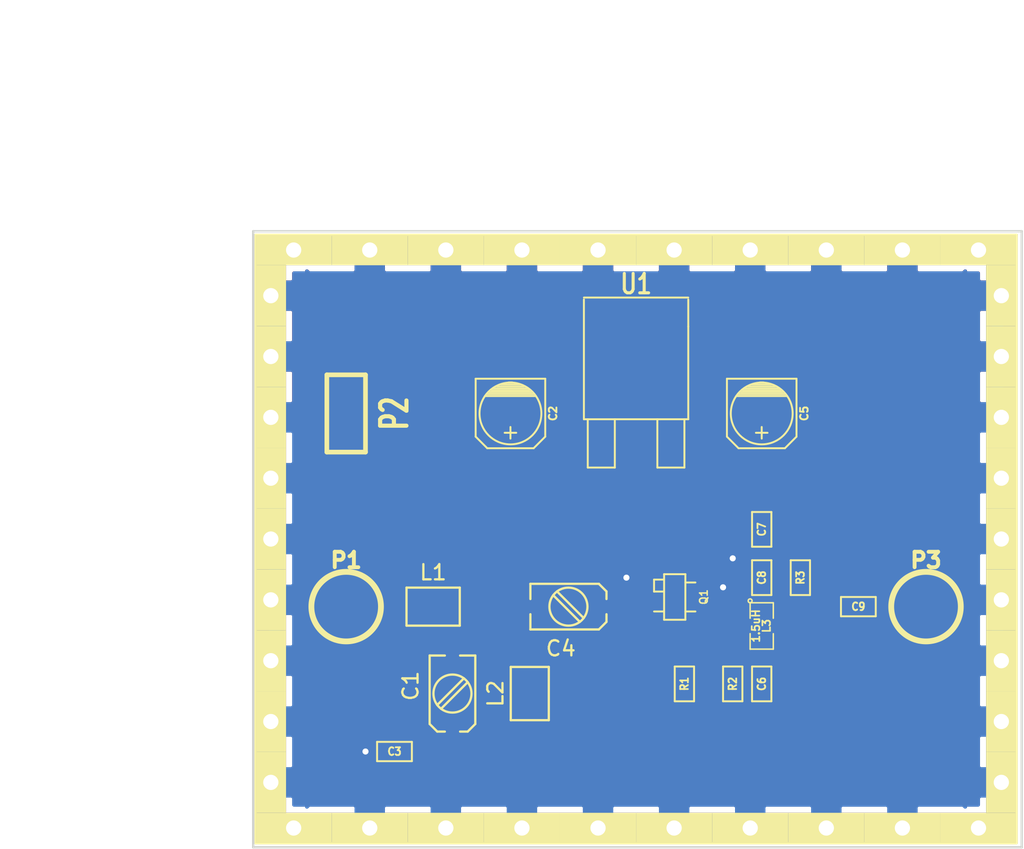
<source format=kicad_pcb>
(kicad_pcb (version 4) (host pcbnew "(2016-01-14 BZR 6468, Git f15af3a)-product")

  (general
    (links 67)
    (no_connects 20)
    (area 111.924999 81.924999 162.575001 122.575001)
    (thickness 1.6)
    (drawings 6)
    (tracks 66)
    (zones 0)
    (modules 21)
    (nets 13)
  )

  (page A4)
  (layers
    (0 F.Cu signal)
    (31 B.Cu signal)
    (32 B.Adhes user)
    (33 F.Adhes user)
    (34 B.Paste user)
    (35 F.Paste user)
    (36 B.SilkS user)
    (37 F.SilkS user)
    (38 B.Mask user)
    (39 F.Mask user)
    (40 Dwgs.User user)
    (41 Cmts.User user)
    (42 Eco1.User user)
    (43 Eco2.User user)
    (44 Edge.Cuts user)
    (45 Margin user)
    (46 B.CrtYd user)
    (47 F.CrtYd user)
    (48 B.Fab user)
    (49 F.Fab user)
  )

  (setup
    (last_trace_width 0.75)
    (user_trace_width 0.5)
    (user_trace_width 0.75)
    (user_trace_width 1)
    (user_trace_width 1.5)
    (trace_clearance 0.2)
    (zone_clearance 0.4)
    (zone_45_only no)
    (trace_min 0.2)
    (segment_width 0.2)
    (edge_width 0.15)
    (via_size 0.6)
    (via_drill 0.4)
    (via_min_size 0.6)
    (via_min_drill 0.2)
    (user_via 0.6 0.2)
    (uvia_size 0.3)
    (uvia_drill 0.1)
    (uvias_allowed no)
    (uvia_min_size 0.2)
    (uvia_min_drill 0.1)
    (pcb_text_width 0.3)
    (pcb_text_size 1.5 1.5)
    (mod_edge_width 0.15)
    (mod_text_size 1 1)
    (mod_text_width 0.15)
    (pad_size 2 2)
    (pad_drill 0)
    (pad_to_mask_clearance 0.2)
    (aux_axis_origin 0 0)
    (visible_elements FFFFFF7F)
    (pcbplotparams
      (layerselection 0x00030_ffffffff)
      (usegerberextensions false)
      (excludeedgelayer true)
      (linewidth 0.100000)
      (plotframeref false)
      (viasonmask false)
      (mode 1)
      (useauxorigin false)
      (hpglpennumber 1)
      (hpglpenspeed 20)
      (hpglpendiameter 15)
      (hpglpenoverlay 2)
      (psnegative false)
      (psa4output false)
      (plotreference true)
      (plotvalue true)
      (plotinvisibletext false)
      (padsonsilk false)
      (subtractmaskfromsilk false)
      (outputformat 1)
      (mirror false)
      (drillshape 1)
      (scaleselection 1)
      (outputdirectory ""))
  )

  (net 0 "")
  (net 1 "Net-(C1-Pad2)")
  (net 2 "Net-(C1-Pad1)")
  (net 3 "Net-(C2-Pad1)")
  (net 4 GND)
  (net 5 "Net-(C4-Pad1)")
  (net 6 VCC)
  (net 7 "Net-(C6-Pad1)")
  (net 8 "Net-(C6-Pad2)")
  (net 9 "Net-(C8-Pad2)")
  (net 10 "Net-(C9-Pad1)")
  (net 11 "Net-(C4-Pad2)")
  (net 12 "Net-(L1-Pad1)")

  (net_class Default "This is the default net class."
    (clearance 0.2)
    (trace_width 0.25)
    (via_dia 0.6)
    (via_drill 0.4)
    (uvia_dia 0.3)
    (uvia_drill 0.1)
    (add_net GND)
    (add_net "Net-(C1-Pad1)")
    (add_net "Net-(C1-Pad2)")
    (add_net "Net-(C2-Pad1)")
    (add_net "Net-(C4-Pad1)")
    (add_net "Net-(C4-Pad2)")
    (add_net "Net-(C6-Pad1)")
    (add_net "Net-(C6-Pad2)")
    (add_net "Net-(C8-Pad2)")
    (add_net "Net-(C9-Pad1)")
    (add_net "Net-(L1-Pad1)")
    (add_net VCC)
  )

  (module rfshield:Shield (layer F.Cu) (tedit 56AF1154) (tstamp 56AE8775)
    (at 137.16 102.235)
    (path /56AE7F5C)
    (fp_text reference P4 (at 0 0.5) (layer F.SilkS) hide
      (effects (font (size 1 1) (thickness 0.15)))
    )
    (fp_text value CONN_1 (at -38.735 -1.27) (layer F.Fab) hide
      (effects (font (size 1 1) (thickness 0.15)))
    )
    (fp_line (start -25 -20) (end 25 -20) (layer F.SilkS) (width 0.15))
    (fp_line (start 25 -20) (end 25 20) (layer F.SilkS) (width 0.15))
    (fp_line (start 25 20) (end -25 20) (layer F.SilkS) (width 0.15))
    (fp_line (start -25 20) (end -25 -20) (layer F.SilkS) (width 0.15))
    (pad 1 thru_hole rect (at 24 -16) (size 2 4) (drill 1) (layers *.Cu *.Mask F.SilkS)
      (net 4 GND))
    (pad 1 thru_hole rect (at 24 -12) (size 2 4) (drill 1) (layers *.Cu *.Mask F.SilkS)
      (net 4 GND))
    (pad 1 thru_hole rect (at 24 -8) (size 2 4) (drill 1) (layers *.Cu *.Mask F.SilkS)
      (net 4 GND))
    (pad 1 thru_hole rect (at 24 -4) (size 2 4) (drill 1) (layers *.Cu *.Mask F.SilkS)
      (net 4 GND))
    (pad 1 thru_hole rect (at 24 0) (size 2 4) (drill 1) (layers *.Cu *.Mask F.SilkS)
      (net 4 GND))
    (pad 1 thru_hole rect (at 24 4) (size 2 4) (drill 1) (layers *.Cu *.Mask F.SilkS)
      (net 4 GND))
    (pad 1 thru_hole rect (at 24 8) (size 2 4) (drill 1) (layers *.Cu *.Mask F.SilkS)
      (net 4 GND))
    (pad 1 thru_hole rect (at 24 12) (size 2 4) (drill 1) (layers *.Cu *.Mask F.SilkS)
      (net 4 GND))
    (pad 1 thru_hole rect (at 24 16) (size 2 4) (drill 1) (layers *.Cu *.Mask F.SilkS)
      (net 4 GND))
    (pad 1 thru_hole rect (at -24 16) (size 2 4) (drill 1) (layers *.Cu *.Mask F.SilkS)
      (net 4 GND))
    (pad 1 thru_hole rect (at -24 12) (size 2 4) (drill 1) (layers *.Cu *.Mask F.SilkS)
      (net 4 GND))
    (pad 1 thru_hole rect (at -24 8) (size 2 4) (drill 1) (layers *.Cu *.Mask F.SilkS)
      (net 4 GND))
    (pad 1 thru_hole rect (at -24 4) (size 2 4) (drill 1) (layers *.Cu *.Mask F.SilkS)
      (net 4 GND))
    (pad 1 thru_hole rect (at -24 0) (size 2 4) (drill 1) (layers *.Cu *.Mask F.SilkS)
      (net 4 GND))
    (pad 1 thru_hole rect (at -24 -4) (size 2 4) (drill 1) (layers *.Cu *.Mask F.SilkS)
      (net 4 GND))
    (pad 1 thru_hole rect (at -24 -8) (size 2 4) (drill 1) (layers *.Cu *.Mask F.SilkS)
      (net 4 GND))
    (pad 1 thru_hole rect (at -24 -12) (size 2 4) (drill 1) (layers *.Cu *.Mask F.SilkS)
      (net 4 GND))
    (pad 1 thru_hole rect (at -22.5 19) (size 5 2) (drill 1) (layers *.Cu *.Mask F.SilkS)
      (net 4 GND))
    (pad 1 thru_hole rect (at -17.5 19) (size 5 2) (drill 1) (layers *.Cu *.Mask F.SilkS)
      (net 4 GND))
    (pad 1 thru_hole rect (at -12.5 19) (size 5 2) (drill 1) (layers *.Cu *.Mask F.SilkS)
      (net 4 GND))
    (pad 1 thru_hole rect (at -7.5 19) (size 5 2) (drill 1) (layers *.Cu *.Mask F.SilkS)
      (net 4 GND))
    (pad 1 thru_hole rect (at -2.5 19) (size 5 2) (drill 1) (layers *.Cu *.Mask F.SilkS)
      (net 4 GND))
    (pad 1 thru_hole rect (at 2.5 19) (size 5 2) (drill 1) (layers *.Cu *.Mask F.SilkS)
      (net 4 GND))
    (pad 1 thru_hole rect (at 7.5 19) (size 5 2) (drill 1) (layers *.Cu *.Mask F.SilkS)
      (net 4 GND))
    (pad 1 thru_hole rect (at 12.5 19) (size 5 2) (drill 1) (layers *.Cu *.Mask F.SilkS)
      (net 4 GND))
    (pad 1 thru_hole rect (at 17.5 19) (size 5 2) (drill 1) (layers *.Cu *.Mask F.SilkS)
      (net 4 GND))
    (pad 1 thru_hole rect (at 22.5 19) (size 5 2) (drill 1) (layers *.Cu *.Mask F.SilkS)
      (net 4 GND))
    (pad 1 thru_hole rect (at 22.5 -19) (size 5 2) (drill 1) (layers *.Cu *.Mask F.SilkS)
      (net 4 GND))
    (pad 1 thru_hole rect (at 17.5 -19) (size 5 2) (drill 1) (layers *.Cu *.Mask F.SilkS)
      (net 4 GND))
    (pad 1 thru_hole rect (at 12.5 -19) (size 5 2) (drill 1) (layers *.Cu *.Mask F.SilkS)
      (net 4 GND))
    (pad 1 thru_hole rect (at 7.5 -19) (size 5 2) (drill 1) (layers *.Cu *.Mask F.SilkS)
      (net 4 GND))
    (pad 1 thru_hole rect (at 2.5 -19) (size 5 2) (drill 1) (layers *.Cu *.Mask F.SilkS)
      (net 4 GND))
    (pad 1 thru_hole rect (at -2.5 -19) (size 5 2) (drill 1) (layers *.Cu *.Mask F.SilkS)
      (net 4 GND))
    (pad 1 thru_hole rect (at -7.5 -19) (size 5 2) (drill 1) (layers *.Cu *.Mask F.SilkS)
      (net 4 GND))
    (pad 1 thru_hole rect (at -12.5 -19) (size 5 2) (drill 1) (layers *.Cu *.Mask F.SilkS)
      (net 4 GND))
    (pad 1 thru_hole rect (at -17.5 -19) (size 5 2) (drill 1) (layers *.Cu *.Mask F.SilkS)
      (net 4 GND))
    (pad 1 thru_hole rect (at -22.5 -19) (size 5 2) (drill 1) (layers *.Cu *.Mask F.SilkS)
      (net 4 GND))
    (pad 1 thru_hole rect (at -24 -16) (size 2 4) (drill 1) (layers *.Cu *.Mask F.SilkS)
      (net 4 GND))
  )

  (module tzc3:TZC3 (layer F.Cu) (tedit 56AF7283) (tstamp 56AD4893)
    (at 125.095 112.395 90)
    (path /56AD345C)
    (fp_text reference C1 (at 0.5 -2.75 90) (layer F.SilkS)
      (effects (font (size 1 1) (thickness 0.15)))
    )
    (fp_text value 2-10pF (at 0.5 -4.25 90) (layer F.Fab) hide
      (effects (font (size 1 1) (thickness 0.15)))
    )
    (fp_line (start -0.75 -1) (end 1 0.75) (layer F.SilkS) (width 0.15))
    (fp_line (start -1 -0.75) (end 0.75 1) (layer F.SilkS) (width 0.15))
    (fp_circle (center 0 0) (end 0 -1.25) (layer F.SilkS) (width 0.15))
    (fp_line (start -2.5 0.5) (end -2.5 1) (layer F.SilkS) (width 0.15))
    (fp_line (start -2.5 1) (end -2 1.5) (layer F.SilkS) (width 0.15))
    (fp_line (start -2 1.5) (end 2.5 1.5) (layer F.SilkS) (width 0.15))
    (fp_line (start 2.5 1.5) (end 2.5 0.5) (layer F.SilkS) (width 0.15))
    (fp_line (start -2.5 -0.5) (end -2.5 -1) (layer F.SilkS) (width 0.15))
    (fp_line (start -2.5 -1) (end -2 -1.5) (layer F.SilkS) (width 0.15))
    (fp_line (start -2 -1.5) (end 2.5 -1.5) (layer F.SilkS) (width 0.15))
    (fp_line (start 2.5 -1.5) (end 2.5 -0.5) (layer F.SilkS) (width 0.15))
    (pad 2 smd rect (at 2.25 0 90) (size 1.2 1) (layers F.Cu F.Paste F.Mask)
      (net 1 "Net-(C1-Pad2)"))
    (pad 1 smd rect (at -2.25 0 90) (size 1.2 1) (layers F.Cu F.Paste F.Mask)
      (net 2 "Net-(C1-Pad1)"))
  )

  (module smd_capacitors:c_elec_4x4.5 (layer F.Cu) (tedit 49F5A3C5) (tstamp 56AD4899)
    (at 128.905 93.98 270)
    (descr "SMT capacitor, aluminium electrolytic, 4x4.5")
    (path /56AD539C)
    (fp_text reference C2 (at 0 -2.794 270) (layer F.SilkS)
      (effects (font (size 0.50038 0.50038) (thickness 0.11938)))
    )
    (fp_text value 1uF (at 0 2.794 270) (layer F.SilkS) hide
      (effects (font (size 0.50038 0.50038) (thickness 0.11938)))
    )
    (fp_line (start 1.651 0) (end 0.889 0) (layer F.SilkS) (width 0.127))
    (fp_line (start 1.27 -0.381) (end 1.27 0.381) (layer F.SilkS) (width 0.127))
    (fp_line (start 1.524 2.286) (end -2.286 2.286) (layer F.SilkS) (width 0.127))
    (fp_line (start 2.286 -1.524) (end 2.286 1.524) (layer F.SilkS) (width 0.127))
    (fp_line (start 1.524 2.286) (end 2.286 1.524) (layer F.SilkS) (width 0.127))
    (fp_line (start 1.524 -2.286) (end -2.286 -2.286) (layer F.SilkS) (width 0.127))
    (fp_line (start 1.524 -2.286) (end 2.286 -1.524) (layer F.SilkS) (width 0.127))
    (fp_line (start -2.032 0.127) (end -2.032 -0.127) (layer F.SilkS) (width 0.127))
    (fp_line (start -1.905 -0.635) (end -1.905 0.635) (layer F.SilkS) (width 0.127))
    (fp_line (start -1.778 0.889) (end -1.778 -0.889) (layer F.SilkS) (width 0.127))
    (fp_line (start -1.651 1.143) (end -1.651 -1.143) (layer F.SilkS) (width 0.127))
    (fp_line (start -1.524 -1.27) (end -1.524 1.27) (layer F.SilkS) (width 0.127))
    (fp_line (start -1.397 1.397) (end -1.397 -1.397) (layer F.SilkS) (width 0.127))
    (fp_line (start -1.27 -1.524) (end -1.27 1.524) (layer F.SilkS) (width 0.127))
    (fp_line (start -1.143 -1.651) (end -1.143 1.651) (layer F.SilkS) (width 0.127))
    (fp_circle (center 0 0) (end -2.032 0) (layer F.SilkS) (width 0.127))
    (fp_line (start -2.286 -2.286) (end -2.286 2.286) (layer F.SilkS) (width 0.127))
    (pad 1 smd rect (at 1.80086 0 270) (size 2.60096 1.6002) (layers F.Cu F.Paste F.Mask)
      (net 3 "Net-(C2-Pad1)"))
    (pad 2 smd rect (at -1.80086 0 270) (size 2.60096 1.6002) (layers F.Cu F.Paste F.Mask)
      (net 4 GND))
    (model smd/capacitors/c_elec_4x4_5.wrl
      (at (xyz 0 0 0))
      (scale (xyz 1 1 1))
      (rotate (xyz 0 0 0))
    )
  )

  (module libcms:SM0603 (layer F.Cu) (tedit 4E43A3D1) (tstamp 56AD489F)
    (at 121.285 116.205 180)
    (path /56AD3650)
    (attr smd)
    (fp_text reference C3 (at 0 0 180) (layer F.SilkS)
      (effects (font (size 0.508 0.4572) (thickness 0.1143)))
    )
    (fp_text value 33pF (at 0 0 180) (layer F.SilkS) hide
      (effects (font (size 0.508 0.4572) (thickness 0.1143)))
    )
    (fp_line (start -1.143 -0.635) (end 1.143 -0.635) (layer F.SilkS) (width 0.127))
    (fp_line (start 1.143 -0.635) (end 1.143 0.635) (layer F.SilkS) (width 0.127))
    (fp_line (start 1.143 0.635) (end -1.143 0.635) (layer F.SilkS) (width 0.127))
    (fp_line (start -1.143 0.635) (end -1.143 -0.635) (layer F.SilkS) (width 0.127))
    (pad 1 smd rect (at -0.762 0 180) (size 0.635 1.143) (layers F.Cu F.Paste F.Mask)
      (net 2 "Net-(C1-Pad1)"))
    (pad 2 smd rect (at 0.762 0 180) (size 0.635 1.143) (layers F.Cu F.Paste F.Mask)
      (net 4 GND))
    (model smd\resistors\R0603.wrl
      (at (xyz 0 0 0.001))
      (scale (xyz 0.5 0.5 0.5))
      (rotate (xyz 0 0 0))
    )
  )

  (module tzc3:TZC3 (layer F.Cu) (tedit 56AF7292) (tstamp 56AD48A5)
    (at 132.715 106.68 180)
    (path /56AD381A)
    (fp_text reference C4 (at 0.5 -2.75 180) (layer F.SilkS)
      (effects (font (size 1 1) (thickness 0.15)))
    )
    (fp_text value 2-10pf (at 0.5 -4.25 180) (layer F.Fab) hide
      (effects (font (size 1 1) (thickness 0.15)))
    )
    (fp_line (start -0.75 -1) (end 1 0.75) (layer F.SilkS) (width 0.15))
    (fp_line (start -1 -0.75) (end 0.75 1) (layer F.SilkS) (width 0.15))
    (fp_circle (center 0 0) (end 0 -1.25) (layer F.SilkS) (width 0.15))
    (fp_line (start -2.5 0.5) (end -2.5 1) (layer F.SilkS) (width 0.15))
    (fp_line (start -2.5 1) (end -2 1.5) (layer F.SilkS) (width 0.15))
    (fp_line (start -2 1.5) (end 2.5 1.5) (layer F.SilkS) (width 0.15))
    (fp_line (start 2.5 1.5) (end 2.5 0.5) (layer F.SilkS) (width 0.15))
    (fp_line (start -2.5 -0.5) (end -2.5 -1) (layer F.SilkS) (width 0.15))
    (fp_line (start -2.5 -1) (end -2 -1.5) (layer F.SilkS) (width 0.15))
    (fp_line (start -2 -1.5) (end 2.5 -1.5) (layer F.SilkS) (width 0.15))
    (fp_line (start 2.5 -1.5) (end 2.5 -0.5) (layer F.SilkS) (width 0.15))
    (pad 2 smd rect (at 2.25 0 180) (size 1.2 1) (layers F.Cu F.Paste F.Mask)
      (net 11 "Net-(C4-Pad2)"))
    (pad 1 smd rect (at -2.25 0 180) (size 1.2 1) (layers F.Cu F.Paste F.Mask)
      (net 5 "Net-(C4-Pad1)"))
  )

  (module smd_capacitors:c_elec_4x4.5 (layer F.Cu) (tedit 49F5A3C5) (tstamp 56AD48AB)
    (at 145.415 93.98 270)
    (descr "SMT capacitor, aluminium electrolytic, 4x4.5")
    (path /56AD5334)
    (fp_text reference C5 (at 0 -2.794 270) (layer F.SilkS)
      (effects (font (size 0.50038 0.50038) (thickness 0.11938)))
    )
    (fp_text value 1uF (at 0 2.794 270) (layer F.SilkS) hide
      (effects (font (size 0.50038 0.50038) (thickness 0.11938)))
    )
    (fp_line (start 1.651 0) (end 0.889 0) (layer F.SilkS) (width 0.127))
    (fp_line (start 1.27 -0.381) (end 1.27 0.381) (layer F.SilkS) (width 0.127))
    (fp_line (start 1.524 2.286) (end -2.286 2.286) (layer F.SilkS) (width 0.127))
    (fp_line (start 2.286 -1.524) (end 2.286 1.524) (layer F.SilkS) (width 0.127))
    (fp_line (start 1.524 2.286) (end 2.286 1.524) (layer F.SilkS) (width 0.127))
    (fp_line (start 1.524 -2.286) (end -2.286 -2.286) (layer F.SilkS) (width 0.127))
    (fp_line (start 1.524 -2.286) (end 2.286 -1.524) (layer F.SilkS) (width 0.127))
    (fp_line (start -2.032 0.127) (end -2.032 -0.127) (layer F.SilkS) (width 0.127))
    (fp_line (start -1.905 -0.635) (end -1.905 0.635) (layer F.SilkS) (width 0.127))
    (fp_line (start -1.778 0.889) (end -1.778 -0.889) (layer F.SilkS) (width 0.127))
    (fp_line (start -1.651 1.143) (end -1.651 -1.143) (layer F.SilkS) (width 0.127))
    (fp_line (start -1.524 -1.27) (end -1.524 1.27) (layer F.SilkS) (width 0.127))
    (fp_line (start -1.397 1.397) (end -1.397 -1.397) (layer F.SilkS) (width 0.127))
    (fp_line (start -1.27 -1.524) (end -1.27 1.524) (layer F.SilkS) (width 0.127))
    (fp_line (start -1.143 -1.651) (end -1.143 1.651) (layer F.SilkS) (width 0.127))
    (fp_circle (center 0 0) (end -2.032 0) (layer F.SilkS) (width 0.127))
    (fp_line (start -2.286 -2.286) (end -2.286 2.286) (layer F.SilkS) (width 0.127))
    (pad 1 smd rect (at 1.80086 0 270) (size 2.60096 1.6002) (layers F.Cu F.Paste F.Mask)
      (net 6 VCC))
    (pad 2 smd rect (at -1.80086 0 270) (size 2.60096 1.6002) (layers F.Cu F.Paste F.Mask)
      (net 4 GND))
    (model smd/capacitors/c_elec_4x4_5.wrl
      (at (xyz 0 0 0))
      (scale (xyz 1 1 1))
      (rotate (xyz 0 0 0))
    )
  )

  (module libcms:SM0603 (layer F.Cu) (tedit 56AD4D6B) (tstamp 56AD48B1)
    (at 145.415 111.76 90)
    (path /56AD3A08)
    (attr smd)
    (fp_text reference C6 (at 0 0 90) (layer F.SilkS)
      (effects (font (size 0.508 0.4572) (thickness 0.1143)))
    )
    (fp_text value 10nF (at 0 0 90) (layer F.SilkS) hide
      (effects (font (size 0.508 0.4572) (thickness 0.1143)))
    )
    (fp_line (start -1.143 -0.635) (end 1.143 -0.635) (layer F.SilkS) (width 0.127))
    (fp_line (start 1.143 -0.635) (end 1.143 0.635) (layer F.SilkS) (width 0.127))
    (fp_line (start 1.143 0.635) (end -1.143 0.635) (layer F.SilkS) (width 0.127))
    (fp_line (start -1.143 0.635) (end -1.143 -0.635) (layer F.SilkS) (width 0.127))
    (pad 1 smd rect (at -0.762 0 90) (size 0.635 1.143) (layers F.Cu F.Paste F.Mask)
      (net 7 "Net-(C6-Pad1)"))
    (pad 2 smd rect (at 0.762 0 90) (size 0.635 1.143) (layers F.Cu F.Paste F.Mask)
      (net 8 "Net-(C6-Pad2)"))
    (model smd\resistors\R0603.wrl
      (at (xyz 0 0 0.001))
      (scale (xyz 0.5 0.5 0.5))
      (rotate (xyz 0 0 0))
    )
  )

  (module libcms:SM0603 (layer F.Cu) (tedit 56AD4D77) (tstamp 56AD48B7)
    (at 145.415 101.6 90)
    (path /56AD4417)
    (attr smd)
    (fp_text reference C7 (at 0 0 90) (layer F.SilkS)
      (effects (font (size 0.508 0.4572) (thickness 0.1143)))
    )
    (fp_text value 20nF (at 0 0 90) (layer F.SilkS) hide
      (effects (font (size 0.508 0.4572) (thickness 0.1143)))
    )
    (fp_line (start -1.143 -0.635) (end 1.143 -0.635) (layer F.SilkS) (width 0.127))
    (fp_line (start 1.143 -0.635) (end 1.143 0.635) (layer F.SilkS) (width 0.127))
    (fp_line (start 1.143 0.635) (end -1.143 0.635) (layer F.SilkS) (width 0.127))
    (fp_line (start -1.143 0.635) (end -1.143 -0.635) (layer F.SilkS) (width 0.127))
    (pad 1 smd rect (at -0.762 0 90) (size 0.635 1.143) (layers F.Cu F.Paste F.Mask)
      (net 4 GND))
    (pad 2 smd rect (at 0.762 0 90) (size 0.635 1.143) (layers F.Cu F.Paste F.Mask)
      (net 6 VCC))
    (model smd\resistors\R0603.wrl
      (at (xyz 0 0 0.001))
      (scale (xyz 0.5 0.5 0.5))
      (rotate (xyz 0 0 0))
    )
  )

  (module libcms:SM0603 (layer F.Cu) (tedit 56AD4D22) (tstamp 56AD48BD)
    (at 145.415 104.775 270)
    (path /56AD4323)
    (attr smd)
    (fp_text reference C8 (at 0 0 270) (layer F.SilkS)
      (effects (font (size 0.508 0.4572) (thickness 0.1143)))
    )
    (fp_text value 680pF (at 0 0 270) (layer F.SilkS) hide
      (effects (font (size 0.508 0.4572) (thickness 0.1143)))
    )
    (fp_line (start -1.143 -0.635) (end 1.143 -0.635) (layer F.SilkS) (width 0.127))
    (fp_line (start 1.143 -0.635) (end 1.143 0.635) (layer F.SilkS) (width 0.127))
    (fp_line (start 1.143 0.635) (end -1.143 0.635) (layer F.SilkS) (width 0.127))
    (fp_line (start -1.143 0.635) (end -1.143 -0.635) (layer F.SilkS) (width 0.127))
    (pad 1 smd rect (at -0.762 0 270) (size 0.635 1.143) (layers F.Cu F.Paste F.Mask)
      (net 4 GND))
    (pad 2 smd rect (at 0.762 0 270) (size 0.635 1.143) (layers F.Cu F.Paste F.Mask)
      (net 9 "Net-(C8-Pad2)"))
    (model smd\resistors\R0603.wrl
      (at (xyz 0 0 0.001))
      (scale (xyz 0.5 0.5 0.5))
      (rotate (xyz 0 0 0))
    )
  )

  (module libcms:SM0603 (layer F.Cu) (tedit 4E43A3D1) (tstamp 56AD48C3)
    (at 151.765 106.68 180)
    (path /56AD412D)
    (attr smd)
    (fp_text reference C9 (at 0 0 180) (layer F.SilkS)
      (effects (font (size 0.508 0.4572) (thickness 0.1143)))
    )
    (fp_text value 6.8pF (at 0 0 180) (layer F.SilkS) hide
      (effects (font (size 0.508 0.4572) (thickness 0.1143)))
    )
    (fp_line (start -1.143 -0.635) (end 1.143 -0.635) (layer F.SilkS) (width 0.127))
    (fp_line (start 1.143 -0.635) (end 1.143 0.635) (layer F.SilkS) (width 0.127))
    (fp_line (start 1.143 0.635) (end -1.143 0.635) (layer F.SilkS) (width 0.127))
    (fp_line (start -1.143 0.635) (end -1.143 -0.635) (layer F.SilkS) (width 0.127))
    (pad 1 smd rect (at -0.762 0 180) (size 0.635 1.143) (layers F.Cu F.Paste F.Mask)
      (net 10 "Net-(C9-Pad1)"))
    (pad 2 smd rect (at 0.762 0 180) (size 0.635 1.143) (layers F.Cu F.Paste F.Mask)
      (net 8 "Net-(C6-Pad2)"))
    (model smd\resistors\R0603.wrl
      (at (xyz 0 0 0.001))
      (scale (xyz 0.5 0.5 0.5))
      (rotate (xyz 0 0 0))
    )
  )

  (module SM1008:SM1008 (layer F.Cu) (tedit 56AF729D) (tstamp 56AD48C9)
    (at 123.825 106.68)
    (path /56AD3311)
    (fp_text reference L1 (at 0 -2.25) (layer F.SilkS)
      (effects (font (size 1 1) (thickness 0.15)))
    )
    (fp_text value 470nH (at 0 -3.75) (layer F.Fab) hide
      (effects (font (size 1 1) (thickness 0.15)))
    )
    (fp_line (start -1.75 -1.25) (end 1.75 -1.25) (layer F.SilkS) (width 0.15))
    (fp_line (start 1.75 -1.25) (end 1.75 1.25) (layer F.SilkS) (width 0.15))
    (fp_line (start 1.75 1.25) (end -1.75 1.25) (layer F.SilkS) (width 0.15))
    (fp_line (start -1.75 1.25) (end -1.75 -1.25) (layer F.SilkS) (width 0.15))
    (pad 2 smd rect (at 1.135 0) (size 1.1 2.54) (layers F.Cu F.Paste F.Mask)
      (net 1 "Net-(C1-Pad2)"))
    (pad 1 smd rect (at -1.135 0) (size 1.1 2.54) (layers F.Cu F.Paste F.Mask)
      (net 12 "Net-(L1-Pad1)"))
  )

  (module SM1008:SM1008 (layer F.Cu) (tedit 56AF7289) (tstamp 56AD48CF)
    (at 130.175 112.395 90)
    (path /56AD3814)
    (fp_text reference L2 (at 0 -2.25 90) (layer F.SilkS)
      (effects (font (size 1 1) (thickness 0.15)))
    )
    (fp_text value 470nH (at 0 -3.75 90) (layer F.Fab) hide
      (effects (font (size 1 1) (thickness 0.15)))
    )
    (fp_line (start -1.75 -1.25) (end 1.75 -1.25) (layer F.SilkS) (width 0.15))
    (fp_line (start 1.75 -1.25) (end 1.75 1.25) (layer F.SilkS) (width 0.15))
    (fp_line (start 1.75 1.25) (end -1.75 1.25) (layer F.SilkS) (width 0.15))
    (fp_line (start -1.75 1.25) (end -1.75 -1.25) (layer F.SilkS) (width 0.15))
    (pad 2 smd rect (at 1.135 0 90) (size 1.1 2.54) (layers F.Cu F.Paste F.Mask)
      (net 11 "Net-(C4-Pad2)"))
    (pad 1 smd rect (at -1.135 0 90) (size 1.1 2.54) (layers F.Cu F.Paste F.Mask)
      (net 2 "Net-(C1-Pad1)"))
  )

  (module libcms:SM0805 (layer F.Cu) (tedit 5091495C) (tstamp 56AD48D5)
    (at 145.415 107.95 270)
    (path /56AD3F42)
    (attr smd)
    (fp_text reference L3 (at 0 -0.3175 270) (layer F.SilkS)
      (effects (font (size 0.50038 0.50038) (thickness 0.10922)))
    )
    (fp_text value 1.5uH (at 0 0.381 270) (layer F.SilkS)
      (effects (font (size 0.50038 0.50038) (thickness 0.10922)))
    )
    (fp_circle (center -1.651 0.762) (end -1.651 0.635) (layer F.SilkS) (width 0.09906))
    (fp_line (start -0.508 0.762) (end -1.524 0.762) (layer F.SilkS) (width 0.09906))
    (fp_line (start -1.524 0.762) (end -1.524 -0.762) (layer F.SilkS) (width 0.09906))
    (fp_line (start -1.524 -0.762) (end -0.508 -0.762) (layer F.SilkS) (width 0.09906))
    (fp_line (start 0.508 -0.762) (end 1.524 -0.762) (layer F.SilkS) (width 0.09906))
    (fp_line (start 1.524 -0.762) (end 1.524 0.762) (layer F.SilkS) (width 0.09906))
    (fp_line (start 1.524 0.762) (end 0.508 0.762) (layer F.SilkS) (width 0.09906))
    (pad 1 smd rect (at -0.9525 0 270) (size 0.889 1.397) (layers F.Cu F.Paste F.Mask)
      (net 9 "Net-(C8-Pad2)"))
    (pad 2 smd rect (at 0.9525 0 270) (size 0.889 1.397) (layers F.Cu F.Paste F.Mask)
      (net 8 "Net-(C6-Pad2)"))
    (model smd/chip_cms.wrl
      (at (xyz 0 0 0))
      (scale (xyz 0.1 0.1 0.1))
      (rotate (xyz 0 0 0))
    )
  )

  (module connect:1pin (layer F.Cu) (tedit 56AF1290) (tstamp 56AD48DA)
    (at 118.11 106.68)
    (descr "module 1 pin (ou trou mecanique de percage)")
    (tags DEV)
    (path /56AD30C3)
    (fp_text reference P1 (at 0 -3.048) (layer F.SilkS)
      (effects (font (size 1.016 1.016) (thickness 0.254)))
    )
    (fp_text value CONN_1 (at 0 2.794) (layer F.SilkS) hide
      (effects (font (size 1.016 1.016) (thickness 0.254)))
    )
    (fp_circle (center 0 0) (end 0 -2.286) (layer F.SilkS) (width 0.381))
    (pad 1 smd circle (at 0 0) (size 2.5 2.5) (layers F.Cu F.Paste F.Mask)
      (net 12 "Net-(L1-Pad1)"))
  )

  (module connect:SIL-2 (layer F.Cu) (tedit 56AF72A9) (tstamp 56AD48E0)
    (at 118.11 93.98 270)
    (descr "Connecteurs 2 pins")
    (tags "CONN DEV")
    (path /56AD582D)
    (fp_text reference P2 (at 0 -3.175 270) (layer F.SilkS)
      (effects (font (size 1.72974 1.08712) (thickness 0.3048)))
    )
    (fp_text value CONN_2 (at 0 -2.54 270) (layer F.SilkS) hide
      (effects (font (size 1.524 1.016) (thickness 0.3048)))
    )
    (fp_line (start -2.54 1.27) (end -2.54 -1.27) (layer F.SilkS) (width 0.3048))
    (fp_line (start -2.54 -1.27) (end 2.54 -1.27) (layer F.SilkS) (width 0.3048))
    (fp_line (start 2.54 -1.27) (end 2.54 1.27) (layer F.SilkS) (width 0.3048))
    (fp_line (start 2.54 1.27) (end -2.54 1.27) (layer F.SilkS) (width 0.3048))
    (pad 1 smd rect (at -1.27 0 270) (size 2 2) (layers F.Cu F.Paste F.Mask)
      (net 4 GND))
    (pad 2 smd circle (at 1.27 0 270) (size 2 2) (layers F.Cu F.Paste F.Mask)
      (net 3 "Net-(C2-Pad1)"))
  )

  (module connect:1pin (layer F.Cu) (tedit 56AF1285) (tstamp 56AD48E5)
    (at 156.21 106.68)
    (descr "module 1 pin (ou trou mecanique de percage)")
    (tags DEV)
    (path /56AD4ED5)
    (fp_text reference P3 (at 0 -3.048) (layer F.SilkS)
      (effects (font (size 1.016 1.016) (thickness 0.254)))
    )
    (fp_text value CONN_1 (at 0 2.794) (layer F.SilkS) hide
      (effects (font (size 1.016 1.016) (thickness 0.254)))
    )
    (fp_circle (center 0 0) (end 0 -2.286) (layer F.SilkS) (width 0.381))
    (pad 1 smd circle (at 0 0) (size 2.5 2.5) (layers F.Cu F.Paste F.Mask)
      (net 10 "Net-(C9-Pad1)"))
  )

  (module libcms:SM0603 (layer F.Cu) (tedit 4E43A3D1) (tstamp 56AD48F3)
    (at 140.335 111.76 90)
    (path /56AD395C)
    (attr smd)
    (fp_text reference R1 (at 0 0 90) (layer F.SilkS)
      (effects (font (size 0.508 0.4572) (thickness 0.1143)))
    )
    (fp_text value 1k (at 0 0 90) (layer F.SilkS) hide
      (effects (font (size 0.508 0.4572) (thickness 0.1143)))
    )
    (fp_line (start -1.143 -0.635) (end 1.143 -0.635) (layer F.SilkS) (width 0.127))
    (fp_line (start 1.143 -0.635) (end 1.143 0.635) (layer F.SilkS) (width 0.127))
    (fp_line (start 1.143 0.635) (end -1.143 0.635) (layer F.SilkS) (width 0.127))
    (fp_line (start -1.143 0.635) (end -1.143 -0.635) (layer F.SilkS) (width 0.127))
    (pad 1 smd rect (at -0.762 0 90) (size 0.635 1.143) (layers F.Cu F.Paste F.Mask)
      (net 7 "Net-(C6-Pad1)"))
    (pad 2 smd rect (at 0.762 0 90) (size 0.635 1.143) (layers F.Cu F.Paste F.Mask)
      (net 5 "Net-(C4-Pad1)"))
    (model smd\resistors\R0603.wrl
      (at (xyz 0 0 0.001))
      (scale (xyz 0.5 0.5 0.5))
      (rotate (xyz 0 0 0))
    )
  )

  (module libcms:SM0603 (layer F.Cu) (tedit 56AD4D68) (tstamp 56AD48F9)
    (at 143.51 111.76 90)
    (path /56AD3C55)
    (attr smd)
    (fp_text reference R2 (at 0 0 90) (layer F.SilkS)
      (effects (font (size 0.508 0.4572) (thickness 0.1143)))
    )
    (fp_text value 47k (at 0 0 90) (layer F.SilkS) hide
      (effects (font (size 0.508 0.4572) (thickness 0.1143)))
    )
    (fp_line (start -1.143 -0.635) (end 1.143 -0.635) (layer F.SilkS) (width 0.127))
    (fp_line (start 1.143 -0.635) (end 1.143 0.635) (layer F.SilkS) (width 0.127))
    (fp_line (start 1.143 0.635) (end -1.143 0.635) (layer F.SilkS) (width 0.127))
    (fp_line (start -1.143 0.635) (end -1.143 -0.635) (layer F.SilkS) (width 0.127))
    (pad 1 smd rect (at -0.762 0 90) (size 0.635 1.143) (layers F.Cu F.Paste F.Mask)
      (net 7 "Net-(C6-Pad1)"))
    (pad 2 smd rect (at 0.762 0 90) (size 0.635 1.143) (layers F.Cu F.Paste F.Mask)
      (net 8 "Net-(C6-Pad2)"))
    (model smd\resistors\R0603.wrl
      (at (xyz 0 0 0.001))
      (scale (xyz 0.5 0.5 0.5))
      (rotate (xyz 0 0 0))
    )
  )

  (module libcms:SM0603 (layer F.Cu) (tedit 4E43A3D1) (tstamp 56AD48FF)
    (at 147.955 104.775 270)
    (path /56AD4269)
    (attr smd)
    (fp_text reference R3 (at 0 0 270) (layer F.SilkS)
      (effects (font (size 0.508 0.4572) (thickness 0.1143)))
    )
    (fp_text value 82 (at 0 0 270) (layer F.SilkS) hide
      (effects (font (size 0.508 0.4572) (thickness 0.1143)))
    )
    (fp_line (start -1.143 -0.635) (end 1.143 -0.635) (layer F.SilkS) (width 0.127))
    (fp_line (start 1.143 -0.635) (end 1.143 0.635) (layer F.SilkS) (width 0.127))
    (fp_line (start 1.143 0.635) (end -1.143 0.635) (layer F.SilkS) (width 0.127))
    (fp_line (start -1.143 0.635) (end -1.143 -0.635) (layer F.SilkS) (width 0.127))
    (pad 1 smd rect (at -0.762 0 270) (size 0.635 1.143) (layers F.Cu F.Paste F.Mask)
      (net 6 VCC))
    (pad 2 smd rect (at 0.762 0 270) (size 0.635 1.143) (layers F.Cu F.Paste F.Mask)
      (net 9 "Net-(C8-Pad2)"))
    (model smd\resistors\R0603.wrl
      (at (xyz 0 0 0.001))
      (scale (xyz 0.5 0.5 0.5))
      (rotate (xyz 0 0 0))
    )
  )

  (module libcms:DPAK2 (layer F.Cu) (tedit 56AF72B8) (tstamp 56AD4906)
    (at 137.16 95.885)
    (descr "MOS boitier DPACK G-D-S")
    (tags "CMD DPACK")
    (path /56AD502D)
    (attr smd)
    (fp_text reference U1 (at 0 -10.414) (layer F.SilkS)
      (effects (font (size 1.27 1.016) (thickness 0.2032)))
    )
    (fp_text value LM7810CT (at 0 -2.413) (layer F.SilkS) hide
      (effects (font (size 1.016 1.016) (thickness 0.2032)))
    )
    (fp_line (start 1.397 -1.524) (end 1.397 1.651) (layer F.SilkS) (width 0.127))
    (fp_line (start 1.397 1.651) (end 3.175 1.651) (layer F.SilkS) (width 0.127))
    (fp_line (start 3.175 1.651) (end 3.175 -1.524) (layer F.SilkS) (width 0.127))
    (fp_line (start -3.175 -1.524) (end -3.175 1.651) (layer F.SilkS) (width 0.127))
    (fp_line (start -3.175 1.651) (end -1.397 1.651) (layer F.SilkS) (width 0.127))
    (fp_line (start -1.397 1.651) (end -1.397 -1.524) (layer F.SilkS) (width 0.127))
    (fp_line (start 3.429 -7.62) (end 3.429 -1.524) (layer F.SilkS) (width 0.127))
    (fp_line (start 3.429 -1.524) (end -3.429 -1.524) (layer F.SilkS) (width 0.127))
    (fp_line (start -3.429 -1.524) (end -3.429 -9.398) (layer F.SilkS) (width 0.127))
    (fp_line (start -3.429 -9.525) (end 3.429 -9.525) (layer F.SilkS) (width 0.127))
    (fp_line (start 3.429 -9.398) (end 3.429 -7.62) (layer F.SilkS) (width 0.127))
    (pad 1 smd rect (at -2.286 0) (size 1.651 3.048) (layers F.Cu F.Paste F.Mask)
      (net 3 "Net-(C2-Pad1)"))
    (pad 2 smd rect (at 0 -6.35) (size 6.096 6.096) (layers F.Cu F.Paste F.Mask)
      (net 4 GND))
    (pad 3 smd rect (at 2.286 0) (size 1.651 3.048) (layers F.Cu F.Paste F.Mask)
      (net 6 VCC))
    (model smd/dpack_2.wrl
      (at (xyz 0 0 0))
      (scale (xyz 1 1 1))
      (rotate (xyz 0 0 0))
    )
  )

  (module bfg540w:sot143B (layer F.Cu) (tedit 56AF0F7B) (tstamp 56AF104D)
    (at 139.7 106.045 270)
    (descr SOT143B)
    (path /56AD3856)
    (fp_text reference Q1 (at 0 -1.905 270) (layer F.SilkS)
      (effects (font (size 0.50038 0.50038) (thickness 0.09906)))
    )
    (fp_text value BFG540W (at 0 0 270) (layer F.SilkS) hide
      (effects (font (size 0.50038 0.50038) (thickness 0.09906)))
    )
    (fp_line (start -1.143 1.3589) (end -0.3556 1.3589) (layer F.SilkS) (width 0.127))
    (fp_line (start -0.3556 0.6985) (end -0.3556 1.3589) (layer F.SilkS) (width 0.127))
    (fp_line (start -0.9525 -0.6985) (end -0.9525 -1.3589) (layer F.SilkS) (width 0.127))
    (fp_line (start 0.9525 0.6985) (end 0.9525 1.3589) (layer F.SilkS) (width 0.127))
    (fp_line (start -1.143 0.6985) (end -1.143 1.3589) (layer F.SilkS) (width 0.127))
    (fp_line (start 0.9525 -0.6985) (end 0.9525 -1.3589) (layer F.SilkS) (width 0.127))
    (fp_line (start -1.4986 -0.6985) (end 1.4986 -0.6985) (layer F.SilkS) (width 0.127))
    (fp_line (start 1.4986 -0.6985) (end 1.4986 0.6985) (layer F.SilkS) (width 0.127))
    (fp_line (start 1.4986 0.6985) (end -1.4986 0.6985) (layer F.SilkS) (width 0.127))
    (fp_line (start -1.4986 0.6985) (end -1.4986 -0.6985) (layer F.SilkS) (width 0.127))
    (pad 1 smd rect (at -0.75184 1.05664 270) (size 1.00076 1.00076) (layers F.Cu F.Paste F.Mask)
      (net 4 GND))
    (pad 3 smd rect (at 0.9525 -1.05664 270) (size 0.59944 1.00076) (layers F.Cu F.Paste F.Mask)
      (net 8 "Net-(C6-Pad2)"))
    (pad 2 smd rect (at 0.9525 1.05664 270) (size 0.59944 1.00076) (layers F.Cu F.Paste F.Mask)
      (net 5 "Net-(C4-Pad1)"))
    (pad 1 smd rect (at -0.9525 -1.05664 270) (size 0.59944 1.00076) (layers F.Cu F.Paste F.Mask)
      (net 4 GND))
    (model walter/smd_trans/sot143b.wrl
      (at (xyz 0 0 0))
      (scale (xyz 1 1 1))
      (rotate (xyz 0 0 0))
    )
  )

  (dimension 40.5 (width 0.3) (layer Cmts.User)
    (gr_text "40.500 mm" (at 101.65 102.25 270) (layer Cmts.User)
      (effects (font (size 1.5 1.5) (thickness 0.3)))
    )
    (feature1 (pts (xy 111 122.5) (xy 100.3 122.5)))
    (feature2 (pts (xy 111 82) (xy 100.3 82)))
    (crossbar (pts (xy 103 82) (xy 103 122.5)))
    (arrow1a (pts (xy 103 122.5) (xy 102.413579 121.373496)))
    (arrow1b (pts (xy 103 122.5) (xy 103.586421 121.373496)))
    (arrow2a (pts (xy 103 82) (xy 102.413579 83.126504)))
    (arrow2b (pts (xy 103 82) (xy 103.586421 83.126504)))
  )
  (dimension 50.5 (width 0.3) (layer Cmts.User)
    (gr_text "50.500 mm" (at 137.25 68.65) (layer Cmts.User)
      (effects (font (size 1.5 1.5) (thickness 0.3)))
    )
    (feature1 (pts (xy 162.5 81) (xy 162.5 67.3)))
    (feature2 (pts (xy 112 81) (xy 112 67.3)))
    (crossbar (pts (xy 112 70) (xy 162.5 70)))
    (arrow1a (pts (xy 162.5 70) (xy 161.373496 70.586421)))
    (arrow1b (pts (xy 162.5 70) (xy 161.373496 69.413579)))
    (arrow2a (pts (xy 112 70) (xy 113.126504 70.586421)))
    (arrow2b (pts (xy 112 70) (xy 113.126504 69.413579)))
  )
  (gr_line (start 162.5 122.5) (end 162.5 82) (angle 90) (layer Edge.Cuts) (width 0.15))
  (gr_line (start 112 122.5) (end 162.5 122.5) (angle 90) (layer Edge.Cuts) (width 0.15))
  (gr_line (start 112 82) (end 112 122.5) (angle 90) (layer Edge.Cuts) (width 0.15))
  (gr_line (start 162.5 82) (end 112 82) (angle 90) (layer Edge.Cuts) (width 0.15))

  (segment (start 125.095 110.145) (end 125.095 108.585) (width 0.75) (layer F.Cu) (net 1))
  (segment (start 124.96 108.45) (end 125.095 108.585) (width 0.75) (layer F.Cu) (net 1) (tstamp 56AFDD04))
  (segment (start 124.96 108.45) (end 124.96 106.68) (width 0.75) (layer F.Cu) (net 1))
  (segment (start 122.047 116.205) (end 125.095 116.205) (width 0.75) (layer F.Cu) (net 2))
  (segment (start 130.175 113.53) (end 130.175 115.57) (width 0.75) (layer F.Cu) (net 2))
  (segment (start 129.54 116.205) (end 130.175 115.57) (width 0.75) (layer F.Cu) (net 2) (tstamp 56AFDD8D))
  (segment (start 125.095 116.205) (end 125.095 114.645) (width 0.75) (layer F.Cu) (net 2))
  (segment (start 125.095 116.205) (end 125.095 116.205) (width 0.75) (layer F.Cu) (net 2) (tstamp 56AFDD88))
  (segment (start 125.095 116.205) (end 129.54 116.205) (width 0.75) (layer F.Cu) (net 2))
  (segment (start 128.905 95.78086) (end 128.905 99.06) (width 0.75) (layer F.Cu) (net 3))
  (segment (start 134.874 95.885) (end 134.874 98.171) (width 0.75) (layer F.Cu) (net 3))
  (segment (start 133.985 99.06) (end 128.905 99.06) (width 0.75) (layer F.Cu) (net 3) (tstamp 56AF121A))
  (segment (start 128.905 99.06) (end 128.27 99.06) (width 0.75) (layer F.Cu) (net 3) (tstamp 56AF1271))
  (segment (start 134.874 98.171) (end 133.985 99.06) (width 0.75) (layer F.Cu) (net 3) (tstamp 56AF1219))
  (segment (start 118.11 97.79) (end 119.38 99.06) (width 0.75) (layer F.Cu) (net 3) (tstamp 56AF1213))
  (segment (start 118.11 97.79) (end 118.11 95.25) (width 0.75) (layer F.Cu) (net 3) (status 20))
  (segment (start 119.38 99.06) (end 128.27 99.06) (width 0.75) (layer F.Cu) (net 3) (tstamp 56AF1214))
  (segment (start 134.62 96.139) (end 134.874 95.885) (width 0.75) (layer F.Cu) (net 3) (tstamp 56AF120F))
  (via (at 136.525 104.775) (size 0.6) (drill 0.4) (layers F.Cu B.Cu) (net 4))
  (segment (start 136.525 104.775) (end 137.04316 105.29316) (width 0.75) (layer F.Cu) (net 4) (tstamp 56AFDE1A))
  (segment (start 137.04316 105.29316) (end 138.64336 105.29316) (width 0.75) (layer F.Cu) (net 4))
  (segment (start 140.75664 105.0925) (end 142.5575 105.0925) (width 0.75) (layer F.Cu) (net 4))
  (via (at 142.875 105.41) (size 0.6) (drill 0.4) (layers F.Cu B.Cu) (net 4))
  (segment (start 142.5575 105.0925) (end 142.875 105.41) (width 0.75) (layer F.Cu) (net 4) (tstamp 56AFDE10))
  (segment (start 145.415 104.013) (end 144.018 104.013) (width 0.75) (layer F.Cu) (net 4))
  (via (at 143.51 103.505) (size 0.6) (drill 0.4) (layers F.Cu B.Cu) (net 4))
  (segment (start 144.018 104.013) (end 143.51 103.505) (width 0.75) (layer F.Cu) (net 4) (tstamp 56AFDE09))
  (segment (start 119.38 116.205) (end 120.523 116.205) (width 0.75) (layer F.Cu) (net 4))
  (via (at 119.38 116.205) (size 0.6) (drill 0.4) (layers F.Cu B.Cu) (net 4))
  (segment (start 120.523 116.205) (end 119.38 116.205) (width 0.75) (layer F.Cu) (net 4))
  (segment (start 145.415 102.362) (end 145.415 104.013) (width 0.75) (layer F.Cu) (net 4))
  (segment (start 138.64336 106.9975) (end 138.64336 108.16336) (width 0.75) (layer F.Cu) (net 5) (status 400000))
  (segment (start 140.335 109.855) (end 140.335 110.998) (width 0.75) (layer F.Cu) (net 5) (tstamp 56AFDE60) (status 800000))
  (segment (start 138.64336 108.16336) (end 140.335 109.855) (width 0.75) (layer F.Cu) (net 5) (tstamp 56AFDE5F))
  (segment (start 138.64336 106.9975) (end 136.8425 106.9975) (width 0.75) (layer F.Cu) (net 5))
  (segment (start 136.525 106.68) (end 134.965 106.68) (width 0.75) (layer F.Cu) (net 5))
  (segment (start 136.8425 106.9975) (end 136.525 106.68) (width 0.75) (layer F.Cu) (net 5) (tstamp 56AFDDE7))
  (segment (start 147.955 104.013) (end 147.955 101.6) (width 0.75) (layer F.Cu) (net 6))
  (segment (start 147.193 100.838) (end 147.955 101.6) (width 0.75) (layer F.Cu) (net 6) (tstamp 56AF1422))
  (segment (start 147.193 100.838) (end 145.415 100.838) (width 0.75) (layer F.Cu) (net 6))
  (segment (start 139.446 95.885) (end 139.446 98.171) (width 0.75) (layer F.Cu) (net 6))
  (segment (start 140.335 99.06) (end 142.24 99.06) (width 0.75) (layer F.Cu) (net 6) (tstamp 56AF1224))
  (segment (start 139.446 98.171) (end 140.335 99.06) (width 0.75) (layer F.Cu) (net 6) (tstamp 56AF1223))
  (segment (start 145.415 99.06) (end 142.24 99.06) (width 0.75) (layer F.Cu) (net 6))
  (segment (start 142.24 99.06) (end 141.605 99.06) (width 0.75) (layer F.Cu) (net 6) (tstamp 56AF1227))
  (segment (start 145.415 95.78086) (end 145.415 99.06) (width 0.75) (layer F.Cu) (net 6))
  (segment (start 145.415 99.06) (end 145.415 100.838) (width 0.75) (layer F.Cu) (net 6) (tstamp 56AF121F))
  (segment (start 143.51 112.522) (end 140.335 112.522) (width 0.75) (layer F.Cu) (net 7) (status 20))
  (segment (start 143.51 112.522) (end 145.415 112.522) (width 0.75) (layer F.Cu) (net 7))
  (segment (start 145.415 108.9025) (end 143.1925 108.9025) (width 0.75) (layer F.Cu) (net 8))
  (segment (start 141.2875 106.9975) (end 141.605 107.315) (width 0.75) (layer F.Cu) (net 8) (tstamp 56AFDDDE))
  (segment (start 141.2875 106.9975) (end 140.75664 106.9975) (width 0.75) (layer F.Cu) (net 8))
  (segment (start 143.1925 108.9025) (end 141.605 107.315) (width 0.75) (layer F.Cu) (net 8) (tstamp 56AFDDE2))
  (segment (start 151.003 106.68) (end 149.86 106.68) (width 0.75) (layer F.Cu) (net 8))
  (segment (start 147.6375 108.9025) (end 149.86 106.68) (width 0.75) (layer F.Cu) (net 8) (tstamp 56AF144D))
  (segment (start 147.6375 108.9025) (end 145.415 108.9025) (width 0.75) (layer F.Cu) (net 8))
  (segment (start 145.415 108.9025) (end 145.415 110.998) (width 0.75) (layer F.Cu) (net 8))
  (segment (start 143.51 110.998) (end 145.415 110.998) (width 0.75) (layer F.Cu) (net 8))
  (segment (start 145.415 105.537) (end 147.955 105.537) (width 0.75) (layer F.Cu) (net 9))
  (segment (start 145.415 105.537) (end 145.415 106.9975) (width 0.75) (layer F.Cu) (net 9))
  (segment (start 152.527 106.68) (end 156.21 106.68) (width 0.75) (layer F.Cu) (net 10))
  (segment (start 130.465 106.68) (end 130.465 108.93) (width 0.75) (layer F.Cu) (net 11))
  (segment (start 130.175 109.22) (end 130.175 111.26) (width 0.75) (layer F.Cu) (net 11))
  (segment (start 130.465 108.93) (end 130.175 109.22) (width 0.75) (layer F.Cu) (net 11) (tstamp 56AFDD76))
  (segment (start 122.69 106.68) (end 118.11 106.68) (width 0.75) (layer F.Cu) (net 12))
  (segment (start 118.11 106.68) (end 122.055 106.68) (width 0.75) (layer F.Cu) (net 12))

  (zone (net 4) (net_name GND) (layer B.Cu) (tstamp 56AD513F) (hatch edge 0.508)
    (connect_pads (clearance 0.4))
    (min_thickness 0.254)
    (fill yes (arc_segments 16) (thermal_gap 0.4) (thermal_bridge_width 2))
    (polygon
      (pts
        (xy 113.03 83.185) (xy 113.03 121.285) (xy 161.29 121.285) (xy 161.29 83.185)
      )
    )
    (filled_polygon
      (pts
        (xy 120.553 83.735) (xy 120.533 83.735) (xy 120.533 84.63025) (xy 120.66475 84.762) (xy 123.65525 84.762)
        (xy 123.787 84.63025) (xy 123.787 83.735) (xy 123.767 83.735) (xy 123.767 83.312) (xy 125.553 83.312)
        (xy 125.553 83.735) (xy 125.533 83.735) (xy 125.533 84.63025) (xy 125.66475 84.762) (xy 128.65525 84.762)
        (xy 128.787 84.63025) (xy 128.787 83.735) (xy 128.767 83.735) (xy 128.767 83.312) (xy 130.553 83.312)
        (xy 130.553 83.735) (xy 130.533 83.735) (xy 130.533 84.63025) (xy 130.66475 84.762) (xy 133.65525 84.762)
        (xy 133.787 84.63025) (xy 133.787 83.735) (xy 133.767 83.735) (xy 133.767 83.312) (xy 135.553 83.312)
        (xy 135.553 83.735) (xy 135.533 83.735) (xy 135.533 84.63025) (xy 135.66475 84.762) (xy 138.65525 84.762)
        (xy 138.787 84.63025) (xy 138.787 83.735) (xy 138.767 83.735) (xy 138.767 83.312) (xy 140.553 83.312)
        (xy 140.553 83.735) (xy 140.533 83.735) (xy 140.533 84.63025) (xy 140.66475 84.762) (xy 143.65525 84.762)
        (xy 143.787 84.63025) (xy 143.787 83.735) (xy 143.767 83.735) (xy 143.767 83.312) (xy 145.553 83.312)
        (xy 145.553 83.735) (xy 145.533 83.735) (xy 145.533 84.63025) (xy 145.66475 84.762) (xy 148.65525 84.762)
        (xy 148.787 84.63025) (xy 148.787 83.735) (xy 148.767 83.735) (xy 148.767 83.312) (xy 150.553 83.312)
        (xy 150.553 83.735) (xy 150.533 83.735) (xy 150.533 84.63025) (xy 150.66475 84.762) (xy 153.65525 84.762)
        (xy 153.787 84.63025) (xy 153.787 83.735) (xy 153.767 83.735) (xy 153.767 83.312) (xy 155.553 83.312)
        (xy 155.553 83.735) (xy 155.533 83.735) (xy 155.533 84.63025) (xy 155.66475 84.762) (xy 158.65525 84.762)
        (xy 158.786998 84.630252) (xy 158.786998 84.762) (xy 159.633 84.762) (xy 159.633 85.23025) (xy 159.76475 85.362)
        (xy 160.66 85.362) (xy 160.66 84.75725) (xy 160.66475 84.762) (xy 161.163 84.762) (xy 161.163 119.708)
        (xy 160.66475 119.708) (xy 160.66 119.71275) (xy 160.66 119.108) (xy 159.76475 119.108) (xy 159.633 119.23975)
        (xy 159.633 119.708) (xy 158.786998 119.708) (xy 158.786998 119.839748) (xy 158.65525 119.708) (xy 155.66475 119.708)
        (xy 155.533 119.83975) (xy 155.533 120.735) (xy 155.553 120.735) (xy 155.553 121.158) (xy 153.767 121.158)
        (xy 153.767 120.735) (xy 153.787 120.735) (xy 153.787 119.83975) (xy 153.65525 119.708) (xy 150.66475 119.708)
        (xy 150.533 119.83975) (xy 150.533 120.735) (xy 150.553 120.735) (xy 150.553 121.158) (xy 148.767 121.158)
        (xy 148.767 120.735) (xy 148.787 120.735) (xy 148.787 119.83975) (xy 148.65525 119.708) (xy 145.66475 119.708)
        (xy 145.533 119.83975) (xy 145.533 120.735) (xy 145.553 120.735) (xy 145.553 121.158) (xy 143.767 121.158)
        (xy 143.767 120.735) (xy 143.787 120.735) (xy 143.787 119.83975) (xy 143.65525 119.708) (xy 140.66475 119.708)
        (xy 140.533 119.83975) (xy 140.533 120.735) (xy 140.553 120.735) (xy 140.553 121.158) (xy 138.767 121.158)
        (xy 138.767 120.735) (xy 138.787 120.735) (xy 138.787 119.83975) (xy 138.65525 119.708) (xy 135.66475 119.708)
        (xy 135.533 119.83975) (xy 135.533 120.735) (xy 135.553 120.735) (xy 135.553 121.158) (xy 133.767 121.158)
        (xy 133.767 120.735) (xy 133.787 120.735) (xy 133.787 119.83975) (xy 133.65525 119.708) (xy 130.66475 119.708)
        (xy 130.533 119.83975) (xy 130.533 120.735) (xy 130.553 120.735) (xy 130.553 121.158) (xy 128.767 121.158)
        (xy 128.767 120.735) (xy 128.787 120.735) (xy 128.787 119.83975) (xy 128.65525 119.708) (xy 125.66475 119.708)
        (xy 125.533 119.83975) (xy 125.533 120.735) (xy 125.553 120.735) (xy 125.553 121.158) (xy 123.767 121.158)
        (xy 123.767 120.735) (xy 123.787 120.735) (xy 123.787 119.83975) (xy 123.65525 119.708) (xy 120.66475 119.708)
        (xy 120.533 119.83975) (xy 120.533 120.735) (xy 120.553 120.735) (xy 120.553 121.158) (xy 118.767 121.158)
        (xy 118.767 120.735) (xy 118.787 120.735) (xy 118.787 119.83975) (xy 118.65525 119.708) (xy 115.66475 119.708)
        (xy 115.533002 119.839748) (xy 115.533002 119.708) (xy 114.687 119.708) (xy 114.687 119.23975) (xy 114.55525 119.108)
        (xy 113.66 119.108) (xy 113.66 119.71275) (xy 113.65525 119.708) (xy 113.157 119.708) (xy 113.157 115.108)
        (xy 113.66 115.108) (xy 113.66 117.362) (xy 114.55525 117.362) (xy 114.687 117.23025) (xy 114.687 115.23975)
        (xy 159.633 115.23975) (xy 159.633 117.23025) (xy 159.76475 117.362) (xy 160.66 117.362) (xy 160.66 115.108)
        (xy 159.76475 115.108) (xy 159.633 115.23975) (xy 114.687 115.23975) (xy 114.55525 115.108) (xy 113.66 115.108)
        (xy 113.157 115.108) (xy 113.157 111.108) (xy 113.66 111.108) (xy 113.66 113.362) (xy 114.55525 113.362)
        (xy 114.687 113.23025) (xy 114.687 111.23975) (xy 159.633 111.23975) (xy 159.633 113.23025) (xy 159.76475 113.362)
        (xy 160.66 113.362) (xy 160.66 111.108) (xy 159.76475 111.108) (xy 159.633 111.23975) (xy 114.687 111.23975)
        (xy 114.55525 111.108) (xy 113.66 111.108) (xy 113.157 111.108) (xy 113.157 107.108) (xy 113.66 107.108)
        (xy 113.66 109.362) (xy 114.55525 109.362) (xy 114.687 109.23025) (xy 114.687 107.23975) (xy 159.633 107.23975)
        (xy 159.633 109.23025) (xy 159.76475 109.362) (xy 160.66 109.362) (xy 160.66 107.108) (xy 159.76475 107.108)
        (xy 159.633 107.23975) (xy 114.687 107.23975) (xy 114.55525 107.108) (xy 113.66 107.108) (xy 113.157 107.108)
        (xy 113.157 103.108) (xy 113.66 103.108) (xy 113.66 105.362) (xy 114.55525 105.362) (xy 114.687 105.23025)
        (xy 114.687 103.23975) (xy 159.633 103.23975) (xy 159.633 105.23025) (xy 159.76475 105.362) (xy 160.66 105.362)
        (xy 160.66 103.108) (xy 159.76475 103.108) (xy 159.633 103.23975) (xy 114.687 103.23975) (xy 114.55525 103.108)
        (xy 113.66 103.108) (xy 113.157 103.108) (xy 113.157 99.108) (xy 113.66 99.108) (xy 113.66 101.362)
        (xy 114.55525 101.362) (xy 114.687 101.23025) (xy 114.687 99.23975) (xy 159.633 99.23975) (xy 159.633 101.23025)
        (xy 159.76475 101.362) (xy 160.66 101.362) (xy 160.66 99.108) (xy 159.76475 99.108) (xy 159.633 99.23975)
        (xy 114.687 99.23975) (xy 114.55525 99.108) (xy 113.66 99.108) (xy 113.157 99.108) (xy 113.157 95.108)
        (xy 113.66 95.108) (xy 113.66 97.362) (xy 114.55525 97.362) (xy 114.687 97.23025) (xy 114.687 95.23975)
        (xy 159.633 95.23975) (xy 159.633 97.23025) (xy 159.76475 97.362) (xy 160.66 97.362) (xy 160.66 95.108)
        (xy 159.76475 95.108) (xy 159.633 95.23975) (xy 114.687 95.23975) (xy 114.55525 95.108) (xy 113.66 95.108)
        (xy 113.157 95.108) (xy 113.157 91.108) (xy 113.66 91.108) (xy 113.66 93.362) (xy 114.55525 93.362)
        (xy 114.687 93.23025) (xy 114.687 91.23975) (xy 159.633 91.23975) (xy 159.633 93.23025) (xy 159.76475 93.362)
        (xy 160.66 93.362) (xy 160.66 91.108) (xy 159.76475 91.108) (xy 159.633 91.23975) (xy 114.687 91.23975)
        (xy 114.55525 91.108) (xy 113.66 91.108) (xy 113.157 91.108) (xy 113.157 87.108) (xy 113.66 87.108)
        (xy 113.66 89.362) (xy 114.55525 89.362) (xy 114.687 89.23025) (xy 114.687 87.23975) (xy 159.633 87.23975)
        (xy 159.633 89.23025) (xy 159.76475 89.362) (xy 160.66 89.362) (xy 160.66 87.108) (xy 159.76475 87.108)
        (xy 159.633 87.23975) (xy 114.687 87.23975) (xy 114.55525 87.108) (xy 113.66 87.108) (xy 113.157 87.108)
        (xy 113.157 84.762) (xy 113.65525 84.762) (xy 113.66 84.75725) (xy 113.66 85.362) (xy 114.55525 85.362)
        (xy 114.687 85.23025) (xy 114.687 84.762) (xy 115.533002 84.762) (xy 115.533002 84.630252) (xy 115.66475 84.762)
        (xy 118.65525 84.762) (xy 118.787 84.63025) (xy 118.787 83.735) (xy 118.767 83.735) (xy 118.767 83.312)
        (xy 120.553 83.312)
      )
    )
  )
  (zone (net 4) (net_name GND) (layer F.Cu) (tstamp 56AD5114) (hatch edge 0.508)
    (connect_pads (clearance 0.4))
    (min_thickness 0.254)
    (fill yes (arc_segments 16) (thermal_gap 0.4) (thermal_bridge_width 2))
    (polygon
      (pts
        (xy 113.03 83.185) (xy 112.395 93.98) (xy 160.655 93.98) (xy 161.29 83.185)
      )
    )
    (filled_polygon
      (pts
        (xy 120.553 83.735) (xy 120.533 83.735) (xy 120.533 84.63025) (xy 120.66475 84.762) (xy 123.65525 84.762)
        (xy 123.787 84.63025) (xy 123.787 83.735) (xy 123.767 83.735) (xy 123.767 83.312) (xy 125.553 83.312)
        (xy 125.553 83.735) (xy 125.533 83.735) (xy 125.533 84.63025) (xy 125.66475 84.762) (xy 128.65525 84.762)
        (xy 128.787 84.63025) (xy 128.787 83.735) (xy 128.767 83.735) (xy 128.767 83.312) (xy 130.553 83.312)
        (xy 130.553 83.735) (xy 130.533 83.735) (xy 130.533 84.63025) (xy 130.66475 84.762) (xy 133.65525 84.762)
        (xy 133.787 84.63025) (xy 133.787 83.735) (xy 133.767 83.735) (xy 133.767 83.312) (xy 135.553 83.312)
        (xy 135.553 83.735) (xy 135.533 83.735) (xy 135.533 84.63025) (xy 135.66475 84.762) (xy 138.65525 84.762)
        (xy 138.787 84.63025) (xy 138.787 83.735) (xy 138.767 83.735) (xy 138.767 83.312) (xy 140.553 83.312)
        (xy 140.553 83.735) (xy 140.533 83.735) (xy 140.533 84.63025) (xy 140.66475 84.762) (xy 143.65525 84.762)
        (xy 143.787 84.63025) (xy 143.787 83.735) (xy 143.767 83.735) (xy 143.767 83.312) (xy 145.553 83.312)
        (xy 145.553 83.735) (xy 145.533 83.735) (xy 145.533 84.63025) (xy 145.66475 84.762) (xy 148.65525 84.762)
        (xy 148.787 84.63025) (xy 148.787 83.735) (xy 148.767 83.735) (xy 148.767 83.312) (xy 150.553 83.312)
        (xy 150.553 83.735) (xy 150.533 83.735) (xy 150.533 84.63025) (xy 150.66475 84.762) (xy 153.65525 84.762)
        (xy 153.787 84.63025) (xy 153.787 83.735) (xy 153.767 83.735) (xy 153.767 83.312) (xy 155.553 83.312)
        (xy 155.553 83.735) (xy 155.533 83.735) (xy 155.533 84.63025) (xy 155.66475 84.762) (xy 158.65525 84.762)
        (xy 158.786998 84.630252) (xy 158.786998 84.762) (xy 159.633 84.762) (xy 159.633 85.23025) (xy 159.76475 85.362)
        (xy 160.66 85.362) (xy 160.66 85.342) (xy 161.035898 85.342) (xy 160.930839 87.128) (xy 160.66 87.128)
        (xy 160.66 87.108) (xy 159.76475 87.108) (xy 159.633 87.23975) (xy 159.633 89.23025) (xy 159.76475 89.362)
        (xy 160.66 89.362) (xy 160.66 89.342) (xy 160.800604 89.342) (xy 160.695545 91.128) (xy 160.66 91.128)
        (xy 160.66 91.108) (xy 159.76475 91.108) (xy 159.633 91.23975) (xy 159.633 93.23025) (xy 159.764748 93.361998)
        (xy 159.633 93.361998) (xy 159.633 93.853) (xy 146.58701 93.853) (xy 146.661869 93.778142) (xy 146.7421 93.584447)
        (xy 146.7421 92.96113) (xy 146.61035 92.82938) (xy 145.81505 92.82938) (xy 145.81505 93.07214) (xy 145.01495 93.07214)
        (xy 145.01495 92.82938) (xy 144.21965 92.82938) (xy 144.0879 92.96113) (xy 144.0879 93.584447) (xy 144.168131 93.778142)
        (xy 144.24299 93.853) (xy 140.418923 93.853) (xy 140.2715 93.823676) (xy 138.6205 93.823676) (xy 138.473077 93.853)
        (xy 135.846923 93.853) (xy 135.6995 93.823676) (xy 134.0485 93.823676) (xy 133.901077 93.853) (xy 130.07701 93.853)
        (xy 130.151869 93.778142) (xy 130.2321 93.584447) (xy 130.2321 92.96113) (xy 130.10035 92.82938) (xy 129.30505 92.82938)
        (xy 129.30505 93.07214) (xy 128.50495 93.07214) (xy 128.50495 92.82938) (xy 127.70965 92.82938) (xy 127.5779 92.96113)
        (xy 127.5779 93.584447) (xy 127.658131 93.778142) (xy 127.73299 93.853) (xy 119.621188 93.853) (xy 119.637 93.814827)
        (xy 119.637 93.34175) (xy 119.50525 93.21) (xy 118.61 93.21) (xy 118.61 93.603) (xy 117.61 93.603)
        (xy 117.61 93.21) (xy 116.71475 93.21) (xy 116.583 93.34175) (xy 116.583 93.814827) (xy 116.598812 93.853)
        (xy 114.687 93.853) (xy 114.687 93.361998) (xy 114.555252 93.361998) (xy 114.687 93.23025) (xy 114.687 91.605173)
        (xy 116.583 91.605173) (xy 116.583 92.07825) (xy 116.71475 92.21) (xy 117.61 92.21) (xy 117.61 91.31475)
        (xy 118.61 91.31475) (xy 118.61 92.21) (xy 119.50525 92.21) (xy 119.637 92.07825) (xy 119.637 91.605173)
        (xy 119.556769 91.411478) (xy 119.408521 91.263231) (xy 119.214827 91.183) (xy 118.74175 91.183) (xy 118.61 91.31475)
        (xy 117.61 91.31475) (xy 117.47825 91.183) (xy 117.005173 91.183) (xy 116.811479 91.263231) (xy 116.663231 91.411478)
        (xy 116.583 91.605173) (xy 114.687 91.605173) (xy 114.687 91.23975) (xy 114.55525 91.108) (xy 113.66 91.108)
        (xy 113.66 93.362) (xy 114.053 93.362) (xy 114.053 93.853) (xy 112.602 93.853) (xy 112.602 93.362)
        (xy 112.66 93.362) (xy 112.66 91.637731) (xy 112.710817 90.773833) (xy 127.5779 90.773833) (xy 127.5779 91.39715)
        (xy 127.70965 91.5289) (xy 128.50495 91.5289) (xy 128.50495 90.48341) (xy 129.30505 90.48341) (xy 129.30505 91.5289)
        (xy 130.10035 91.5289) (xy 130.2321 91.39715) (xy 130.2321 90.773833) (xy 130.151869 90.580138) (xy 130.111481 90.53975)
        (xy 133.585 90.53975) (xy 133.585 92.687827) (xy 133.665231 92.881521) (xy 133.813478 93.029769) (xy 134.007173 93.11)
        (xy 136.15525 93.11) (xy 136.287 92.97825) (xy 136.287 90.408) (xy 138.033 90.408) (xy 138.033 92.97825)
        (xy 138.16475 93.11) (xy 140.312827 93.11) (xy 140.506522 93.029769) (xy 140.654769 92.881521) (xy 140.735 92.687827)
        (xy 140.735 90.773833) (xy 144.0879 90.773833) (xy 144.0879 91.39715) (xy 144.21965 91.5289) (xy 145.01495 91.5289)
        (xy 145.01495 90.48341) (xy 145.81505 90.48341) (xy 145.81505 91.5289) (xy 146.61035 91.5289) (xy 146.7421 91.39715)
        (xy 146.7421 90.773833) (xy 146.661869 90.580138) (xy 146.513621 90.431891) (xy 146.319927 90.35166) (xy 145.9468 90.35166)
        (xy 145.81505 90.48341) (xy 145.01495 90.48341) (xy 144.8832 90.35166) (xy 144.510073 90.35166) (xy 144.316379 90.431891)
        (xy 144.168131 90.580138) (xy 144.0879 90.773833) (xy 140.735 90.773833) (xy 140.735 90.53975) (xy 140.60325 90.408)
        (xy 138.033 90.408) (xy 136.287 90.408) (xy 133.71675 90.408) (xy 133.585 90.53975) (xy 130.111481 90.53975)
        (xy 130.003621 90.431891) (xy 129.809927 90.35166) (xy 129.4368 90.35166) (xy 129.30505 90.48341) (xy 128.50495 90.48341)
        (xy 128.3732 90.35166) (xy 128.000073 90.35166) (xy 127.806379 90.431891) (xy 127.658131 90.580138) (xy 127.5779 90.773833)
        (xy 112.710817 90.773833) (xy 112.926454 87.108) (xy 113.66 87.108) (xy 113.66 89.362) (xy 114.55525 89.362)
        (xy 114.687 89.23025) (xy 114.687 87.23975) (xy 114.55525 87.108) (xy 113.66 87.108) (xy 112.926454 87.108)
        (xy 112.96915 86.382173) (xy 133.585 86.382173) (xy 133.585 88.53025) (xy 133.71675 88.662) (xy 136.287 88.662)
        (xy 136.287 86.09175) (xy 138.033 86.09175) (xy 138.033 88.662) (xy 140.60325 88.662) (xy 140.735 88.53025)
        (xy 140.735 86.382173) (xy 140.654769 86.188479) (xy 140.506522 86.040231) (xy 140.312827 85.96) (xy 138.16475 85.96)
        (xy 138.033 86.09175) (xy 136.287 86.09175) (xy 136.15525 85.96) (xy 134.007173 85.96) (xy 133.813478 86.040231)
        (xy 133.665231 86.188479) (xy 133.585 86.382173) (xy 112.96915 86.382173) (xy 113.064455 84.762) (xy 113.65525 84.762)
        (xy 113.66 84.75725) (xy 113.66 85.362) (xy 114.55525 85.362) (xy 114.687 85.23025) (xy 114.687 84.762)
        (xy 115.533002 84.762) (xy 115.533002 84.630252) (xy 115.66475 84.762) (xy 118.65525 84.762) (xy 118.787 84.63025)
        (xy 118.787 83.735) (xy 118.767 83.735) (xy 118.767 83.312) (xy 120.553 83.312)
      )
    )
  )
)

</source>
